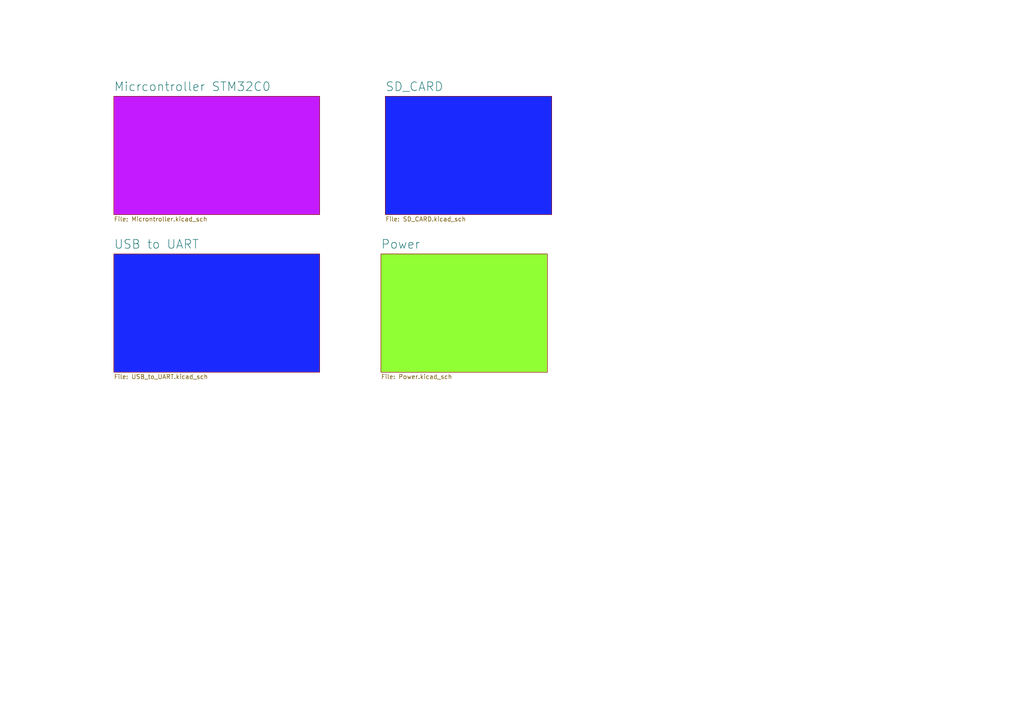
<source format=kicad_sch>
(kicad_sch
	(version 20231120)
	(generator "eeschema")
	(generator_version "8.0")
	(uuid "9848a691-cd53-4e57-940a-e5db2e63f9a1")
	(paper "A4")
	(title_block
		(title "STM32_Play_Board")
		(rev "0.0")
		(company "Ground Loops")
	)
	(lib_symbols)
	(sheet
		(at 111.76 27.94)
		(size 48.26 34.29)
		(fields_autoplaced yes)
		(stroke
			(width 0.1524)
			(type solid)
		)
		(fill
			(color 26 42 255 1.0000)
		)
		(uuid "03da6596-1021-463a-9d9b-2aab5b5240f6")
		(property "Sheetname" "SD_CARD"
			(at 111.76 26.5934 0)
			(effects
				(font
					(size 2.54 2.54)
				)
				(justify left bottom)
			)
		)
		(property "Sheetfile" "SD_CARD.kicad_sch"
			(at 111.76 62.8146 0)
			(effects
				(font
					(size 1.27 1.27)
				)
				(justify left top)
			)
		)
		(instances
			(project "STM32_Play_Board"
				(path "/9848a691-cd53-4e57-940a-e5db2e63f9a1"
					(page "4")
				)
			)
		)
	)
	(sheet
		(at 33.02 73.66)
		(size 59.69 34.29)
		(fields_autoplaced yes)
		(stroke
			(width 0.1524)
			(type solid)
		)
		(fill
			(color 26 42 255 1.0000)
		)
		(uuid "352e78a4-2a79-45e6-85ec-1c7b48382c61")
		(property "Sheetname" "USB to UART"
			(at 33.02 72.3134 0)
			(effects
				(font
					(size 2.54 2.54)
				)
				(justify left bottom)
			)
		)
		(property "Sheetfile" "USB_to_UART.kicad_sch"
			(at 33.02 108.5346 0)
			(effects
				(font
					(size 1.27 1.27)
				)
				(justify left top)
			)
		)
		(instances
			(project "STM32_Play_Board"
				(path "/9848a691-cd53-4e57-940a-e5db2e63f9a1"
					(page "3")
				)
			)
		)
	)
	(sheet
		(at 33.02 27.94)
		(size 59.69 34.29)
		(fields_autoplaced yes)
		(stroke
			(width 0.1524)
			(type solid)
		)
		(fill
			(color 196 26 255 1.0000)
		)
		(uuid "74833353-0f75-43d3-9478-4bee3de08678")
		(property "Sheetname" "Micrcontroller STM32C0"
			(at 33.02 26.5934 0)
			(effects
				(font
					(size 2.54 2.54)
				)
				(justify left bottom)
			)
		)
		(property "Sheetfile" "Microntroller.kicad_sch"
			(at 33.02 62.8146 0)
			(effects
				(font
					(size 1.27 1.27)
				)
				(justify left top)
			)
		)
		(instances
			(project "STM32_Play_Board"
				(path "/9848a691-cd53-4e57-940a-e5db2e63f9a1"
					(page "2")
				)
			)
		)
	)
	(sheet
		(at 110.49 73.66)
		(size 48.26 34.29)
		(fields_autoplaced yes)
		(stroke
			(width 0.1524)
			(type solid)
		)
		(fill
			(color 144 255 52 1.0000)
		)
		(uuid "fed4e8b7-2c37-42f6-8803-c612b1069bda")
		(property "Sheetname" "Power"
			(at 110.49 72.3134 0)
			(effects
				(font
					(size 2.54 2.54)
				)
				(justify left bottom)
			)
		)
		(property "Sheetfile" "Power.kicad_sch"
			(at 110.49 108.5346 0)
			(effects
				(font
					(size 1.27 1.27)
				)
				(justify left top)
			)
		)
		(instances
			(project "STM32_Play_Board"
				(path "/9848a691-cd53-4e57-940a-e5db2e63f9a1"
					(page "5")
				)
			)
		)
	)
	(sheet_instances
		(path "/"
			(page "1")
		)
	)
)
</source>
